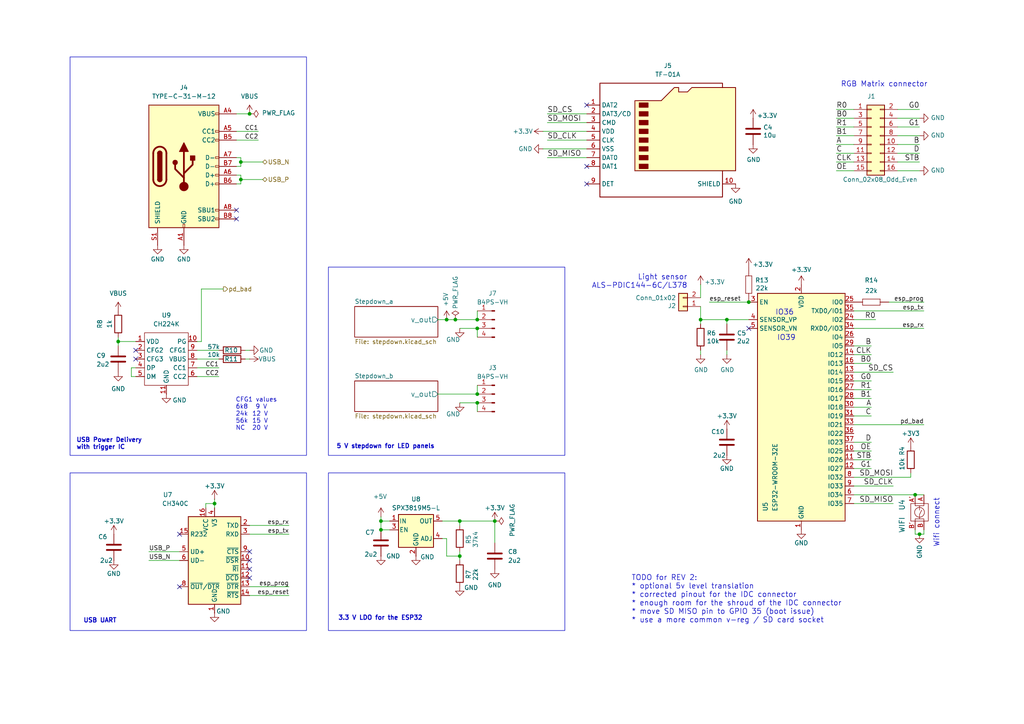
<source format=kicad_sch>
(kicad_sch (version 20231120) (generator "eeschema") (generator_version "8.0")
  (paper "A4")
  (title_block (title "ESP Pinball RGB Animation clock (espirgbani)") (date "2024-10-19") (rev "2"))
  (lib_symbols
    (symbol "Connector:Conn_01x04_Pin" (pin_names (offset 1.016) hide)
      (property "Reference" "J" (at 0 5.08 0))
      (property "Value" "Conn_01x04_Pin" (at 0 -7.62 0))
      (symbol "Conn_01x04_Pin_1_1"
        (polyline (pts (xy 1.27 -5.08) (xy 0.8636 -5.08)) (stroke (width 0.1524)))
        (polyline (pts (xy 1.27 -2.54) (xy 0.8636 -2.54)) (stroke (width 0.1524)))
        (polyline (pts (xy 1.27 0) (xy 0.8636 0)) (stroke (width 0.1524)))
        (polyline (pts (xy 1.27 2.54) (xy 0.8636 2.54)) (stroke (width 0.1524)))
        (rectangle (start 0.8636 -4.953) (end 0 -5.207) (stroke (width 0.1524)) (fill (type outline)))
        (rectangle (start 0.8636 -2.413) (end 0 -2.667) (stroke (width 0.1524)) (fill (type outline)))
        (rectangle (start 0.8636 0.127) (end 0 -0.127) (stroke (width 0.1524)) (fill (type outline)))
        (rectangle (start 0.8636 2.667) (end 0 2.413) (stroke (width 0.1524)) (fill (type outline)))
        (pin passive line (at 5.08 2.54 180) (length 3.81) (name "Pin_1") (number "1"))
        (pin passive line (at 5.08 0 180) (length 3.81) (name "Pin_2") (number "2"))
        (pin passive line (at 5.08 -2.54 180) (length 3.81) (name "Pin_3") (number "3"))
        (pin passive line (at 5.08 -5.08 180) (length 3.81) (name "Pin_4") (number "4"))
      )
    )
    (symbol "Connector:Micro_SD_Card_Det1"
      (property "Reference" "J" (at -16.51 17.78 0))
      (property "Value" "Micro_SD_Card_Det1" (at 16.51 17.78 0))
      (symbol "Micro_SD_Card_Det1_0_1"
        (rectangle (start -7.62 -6.985) (end -5.08 -8.255) (stroke (width 0.254)) (fill (type outline)))
        (rectangle (start -7.62 -4.445) (end -5.08 -5.715) (stroke (width 0.254)) (fill (type outline)))
        (rectangle (start -7.62 -1.905) (end -5.08 -3.175) (stroke (width 0.254)) (fill (type outline)))
        (rectangle (start -7.62 0.635) (end -5.08 -0.635) (stroke (width 0.254)) (fill (type outline)))
        (rectangle (start -7.62 3.175) (end -5.08 1.905) (stroke (width 0.254)) (fill (type outline)))
        (rectangle (start -7.62 5.715) (end -5.08 4.445) (stroke (width 0.254)) (fill (type outline)))
        (rectangle (start -7.62 8.255) (end -5.08 6.985) (stroke (width 0.254)) (fill (type outline)))
        (rectangle (start -7.62 10.795) (end -5.08 9.525) (stroke (width 0.254)) (fill (type outline)))
        (polyline (pts (xy 16.51 15.24) (xy 16.51 16.51) (xy -19.05 16.51) (xy -19.05 -16.51) (xy 16.51 -16.51) (xy 16.51 -8.89)) (stroke (width 0.254)))
        (polyline (pts (xy -8.89 -8.89) (xy -8.89 11.43) (xy -1.27 11.43) (xy 2.54 15.24) (xy 3.81 15.24) (xy 3.81 13.97) (xy 6.35 13.97) (xy 7.62 15.24) (xy 20.32 15.24) (xy 20.32 -8.89) (xy -8.89 -8.89)) (stroke (width 0.254)) (fill (type background)))
      )
      (symbol "Micro_SD_Card_Det1_1_1"
        (pin bidirectional line (at -22.86 10.16 0) (length 3.81) (name "DAT2") (number "1"))
        (pin passive line (at 20.32 -12.7 180) (length 3.81) (name "SHIELD") (number "10"))
        (pin bidirectional line (at -22.86 7.62 0) (length 3.81) (name "DAT3/CD") (number "2"))
        (pin input line (at -22.86 5.08 0) (length 3.81) (name "CMD") (number "3"))
        (pin power_in line (at -22.86 2.54 0) (length 3.81) (name "VDD") (number "4"))
        (pin input line (at -22.86 0 0) (length 3.81) (name "CLK") (number "5"))
        (pin power_in line (at -22.86 -2.54 0) (length 3.81) (name "VSS") (number "6"))
        (pin bidirectional line (at -22.86 -5.08 0) (length 3.81) (name "DAT0") (number "7"))
        (pin bidirectional line (at -22.86 -7.62 0) (length 3.81) (name "DAT1") (number "8"))
        (pin passive line (at -22.86 -12.7 0) (length 3.81) (name "DET") (number "9"))
      )
    )
    (symbol "Connector:USB_C_Receptacle_USB2.0_16P" (pin_names (offset 1.016))
      (property "Reference" "J" (at 0 22.225 0))
      (property "Value" "USB_C_Receptacle_USB2.0_16P" (at 0 19.685 0))
      (symbol "USB_C_Receptacle_USB2.0_16P_0_0"
        (rectangle (start -0.254 -17.78) (end 0.254 -16.764))
        (rectangle (start 10.16 -14.986) (end 9.144 -15.494))
        (rectangle (start 10.16 -12.446) (end 9.144 -12.954))
        (rectangle (start 10.16 -4.826) (end 9.144 -5.334))
        (rectangle (start 10.16 -2.286) (end 9.144 -2.794))
        (rectangle (start 10.16 0.254) (end 9.144 -0.254))
        (rectangle (start 10.16 2.794) (end 9.144 2.286))
        (rectangle (start 10.16 7.874) (end 9.144 7.366))
        (rectangle (start 10.16 10.414) (end 9.144 9.906))
        (rectangle (start 10.16 15.494) (end 9.144 14.986))
      )
      (symbol "USB_C_Receptacle_USB2.0_16P_0_1"
        (rectangle (start -10.16 17.78) (end 10.16 -17.78) (stroke (width 0.254)) (fill (type background)))
        (arc (start -8.89 -3.81) (mid -6.985 -5.7067) (end -5.08 -3.81) (stroke (width 0.508)))
        (arc (start -7.62 -3.81) (mid -6.985 -4.4423) (end -6.35 -3.81) (stroke (width 0.254)))
        (arc (start -7.62 -3.81) (mid -6.985 -4.4423) (end -6.35 -3.81) (stroke (width 0.254)) (fill (type outline)))
        (rectangle (start -7.62 -3.81) (end -6.35 3.81) (stroke (width 0.254)) (fill (type outline)))
        (arc (start -6.35 3.81) (mid -6.985 4.4423) (end -7.62 3.81) (stroke (width 0.254)))
        (arc (start -6.35 3.81) (mid -6.985 4.4423) (end -7.62 3.81) (stroke (width 0.254)) (fill (type outline)))
        (arc (start -5.08 3.81) (mid -6.985 5.7067) (end -8.89 3.81) (stroke (width 0.508)))
        (circle (center -2.54 1.143) (radius 0.635) (stroke (width 0.254)) (fill (type outline)))
        (circle (center 0 -5.842) (radius 1.27) (fill (type outline)))
        (polyline (pts (xy -8.89 -3.81) (xy -8.89 3.81)) (stroke (width 0.508)))
        (polyline (pts (xy -5.08 3.81) (xy -5.08 -3.81)) (stroke (width 0.508)))
        (polyline (pts (xy 0 -5.842) (xy 0 4.318)) (stroke (width 0.508)))
        (polyline (pts (xy 0 -3.302) (xy -2.54 -0.762) (xy -2.54 0.508)) (stroke (width 0.508)))
        (polyline (pts (xy 0 -2.032) (xy 2.54 0.508) (xy 2.54 1.778)) (stroke (width 0.508)))
        (polyline (pts (xy -1.27 4.318) (xy 0 6.858) (xy 1.27 4.318) (xy -1.27 4.318)) (stroke (width 0.254)) (fill (type outline)))
        (rectangle (start 1.905 1.778) (end 3.175 3.048) (stroke (width 0.254)) (fill (type outline)))
      )
      (symbol "USB_C_Receptacle_USB2.0_16P_1_1"
        (pin passive line (at 0 -22.86 90) (length 5.08) (name "GND") (number "A1"))
        (pin passive line (at 0 -22.86 90) (length 5.08) hide (name "GND") (number "A12"))
        (pin passive line (at 15.24 15.24 180) (length 5.08) (name "VBUS") (number "A4"))
        (pin bidirectional line (at 15.24 10.16 180) (length 5.08) (name "CC1") (number "A5"))
        (pin bidirectional line (at 15.24 -2.54 180) (length 5.08) (name "D+") (number "A6"))
        (pin bidirectional line (at 15.24 2.54 180) (length 5.08) (name "D-") (number "A7"))
        (pin bidirectional line (at 15.24 -12.7 180) (length 5.08) (name "SBU1") (number "A8"))
        (pin passive line (at 15.24 15.24 180) (length 5.08) hide (name "VBUS") (number "A9"))
        (pin passive line (at 0 -22.86 90) (length 5.08) hide (name "GND") (number "B1"))
        (pin passive line (at 0 -22.86 90) (length 5.08) hide (name "GND") (number "B12"))
        (pin passive line (at 15.24 15.24 180) (length 5.08) hide (name "VBUS") (number "B4"))
        (pin bidirectional line (at 15.24 7.62 180) (length 5.08) (name "CC2") (number "B5"))
        (pin bidirectional line (at 15.24 -5.08 180) (length 5.08) (name "D+") (number "B6"))
        (pin bidirectional line (at 15.24 0 180) (length 5.08) (name "D-") (number "B7"))
        (pin bidirectional line (at 15.24 -15.24 180) (length 5.08) (name "SBU2") (number "B8"))
        (pin passive line (at 15.24 15.24 180) (length 5.08) hide (name "VBUS") (number "B9"))
        (pin passive line (at -7.62 -22.86 90) (length 5.08) (name "SHIELD") (number "S1"))
      )
    )
    (symbol "Connector_Generic:Conn_01x02" (pin_names (offset 1.016) hide)
      (property "Reference" "J" (at 0 2.54 0))
      (property "Value" "Conn_01x02" (at 0 -5.08 0))
      (symbol "Conn_01x02_1_1"
        (rectangle (start -1.27 -2.413) (end 0 -2.667) (stroke (width 0.1524)))
        (rectangle (start -1.27 0.127) (end 0 -0.127) (stroke (width 0.1524)))
        (rectangle (start -1.27 1.27) (end 1.27 -3.81) (stroke (width 0.254)) (fill (type background)))
        (pin passive line (at -5.08 0 0) (length 3.81) (name "Pin_1") (number "1"))
        (pin passive line (at -5.08 -2.54 0) (length 3.81) (name "Pin_2") (number "2"))
      )
    )
    (symbol "Connector_Generic:Conn_02x08_Odd_Even" (pin_names (offset 1.016) hide)
      (property "Reference" "J" (at 1.27 10.16 0))
      (property "Value" "Conn_02x08_Odd_Even" (at 1.27 -12.7 0))
      (symbol "Conn_02x08_Odd_Even_1_1"
        (rectangle (start -1.27 -10.033) (end 0 -10.287) (stroke (width 0.1524)))
        (rectangle (start -1.27 -7.493) (end 0 -7.747) (stroke (width 0.1524)))
        (rectangle (start -1.27 -4.953) (end 0 -5.207) (stroke (width 0.1524)))
        (rectangle (start -1.27 -2.413) (end 0 -2.667) (stroke (width 0.1524)))
        (rectangle (start -1.27 0.127) (end 0 -0.127) (stroke (width 0.1524)))
        (rectangle (start -1.27 2.667) (end 0 2.413) (stroke (width 0.1524)))
        (rectangle (start -1.27 5.207) (end 0 4.953) (stroke (width 0.1524)))
        (rectangle (start -1.27 7.747) (end 0 7.493) (stroke (width 0.1524)))
        (rectangle (start -1.27 8.89) (end 3.81 -11.43) (stroke (width 0.254)) (fill (type background)))
        (rectangle (start 3.81 -10.033) (end 2.54 -10.287) (stroke (width 0.1524)))
        (rectangle (start 3.81 -7.493) (end 2.54 -7.747) (stroke (width 0.1524)))
        (rectangle (start 3.81 -4.953) (end 2.54 -5.207) (stroke (width 0.1524)))
        (rectangle (start 3.81 -2.413) (end 2.54 -2.667) (stroke (width 0.1524)))
        (rectangle (start 3.81 0.127) (end 2.54 -0.127) (stroke (width 0.1524)))
        (rectangle (start 3.81 2.667) (end 2.54 2.413) (stroke (width 0.1524)))
        (rectangle (start 3.81 5.207) (end 2.54 4.953) (stroke (width 0.1524)))
        (rectangle (start 3.81 7.747) (end 2.54 7.493) (stroke (width 0.1524)))
        (pin passive line (at -5.08 7.62 0) (length 3.81) (name "Pin_1") (number "1"))
        (pin passive line (at 7.62 -2.54 180) (length 3.81) (name "Pin_10") (number "10"))
        (pin passive line (at -5.08 -5.08 0) (length 3.81) (name "Pin_11") (number "11"))
        (pin passive line (at 7.62 -5.08 180) (length 3.81) (name "Pin_12") (number "12"))
        (pin passive line (at -5.08 -7.62 0) (length 3.81) (name "Pin_13") (number "13"))
        (pin passive line (at 7.62 -7.62 180) (length 3.81) (name "Pin_14") (number "14"))
        (pin passive line (at -5.08 -10.16 0) (length 3.81) (name "Pin_15") (number "15"))
        (pin passive line (at 7.62 -10.16 180) (length 3.81) (name "Pin_16") (number "16"))
        (pin passive line (at 7.62 7.62 180) (length 3.81) (name "Pin_2") (number "2"))
        (pin passive line (at -5.08 5.08 0) (length 3.81) (name "Pin_3") (number "3"))
        (pin passive line (at 7.62 5.08 180) (length 3.81) (name "Pin_4") (number "4"))
        (pin passive line (at -5.08 2.54 0) (length 3.81) (name "Pin_5") (number "5"))
        (pin passive line (at 7.62 2.54 180) (length 3.81) (name "Pin_6") (number "6"))
        (pin passive line (at -5.08 0 0) (length 3.81) (name "Pin_7") (number "7"))
        (pin passive line (at 7.62 0 180) (length 3.81) (name "Pin_8") (number "8"))
        (pin passive line (at -5.08 -2.54 0) (length 3.81) (name "Pin_9") (number "9"))
      )
    )
    (symbol "Device:C" (pin_numbers hide) (pin_names (offset 0.254))
      (property "Reference" "C" (at 0.635 2.54 0))
      (property "Value" "C" (at 0.635 -2.54 0))
      (symbol "C_0_1"
        (polyline (pts (xy -2.032 -0.762) (xy 2.032 -0.762)) (stroke (width 0.508)))
        (polyline (pts (xy -2.032 0.762) (xy 2.032 0.762)) (stroke (width 0.508)))
      )
      (symbol "C_1_1"
        (pin passive line (at 0 3.81 270) (length 2.794) (name "~") (number "1"))
        (pin passive line (at 0 -3.81 90) (length 2.794) (name "~") (number "2"))
      )
    )
    (symbol "Device:R" (pin_numbers hide) (pin_names (offset 0))
      (property "Reference" "R" (at 2.032 0 90))
      (property "Value" "R" (at 0 0 90))
      (symbol "R_0_1"
        (rectangle (start -1.016 -2.54) (end 1.016 2.54) (stroke (width 0.254)))
      )
      (symbol "R_1_1"
        (pin passive line (at 0 3.81 270) (length 1.27) (name "~") (number "1"))
        (pin passive line (at 0 -3.81 90) (length 1.27) (name "~") (number "2"))
      )
    )
    (symbol "Interface_USB:CH340C"
      (property "Reference" "U" (at -5.08 13.97 0))
      (property "Value" "CH340C" (at 1.27 13.97 0))
      (symbol "CH340C_0_1"
        (rectangle (start -7.62 12.7) (end 7.62 -12.7) (stroke (width 0.254)) (fill (type background)))
      )
      (symbol "CH340C_1_1"
        (pin power_in line (at 0 -15.24 90) (length 2.54) (name "GND") (number "1"))
        (pin input line (at 10.16 0 180) (length 2.54) (name "~{DSR}") (number "10"))
        (pin input line (at 10.16 -2.54 180) (length 2.54) (name "~{RI}") (number "11"))
        (pin input line (at 10.16 -5.08 180) (length 2.54) (name "~{DCD}") (number "12"))
        (pin output line (at 10.16 -7.62 180) (length 2.54) (name "~{DTR}") (number "13"))
        (pin output line (at 10.16 -10.16 180) (length 2.54) (name "~{RTS}") (number "14"))
        (pin input line (at -10.16 7.62 0) (length 2.54) (name "R232") (number "15"))
        (pin power_in line (at -2.54 15.24 270) (length 2.54) (name "VCC") (number "16"))
        (pin output line (at 10.16 10.16 180) (length 2.54) (name "TXD") (number "2"))
        (pin input line (at 10.16 7.62 180) (length 2.54) (name "RXD") (number "3"))
        (pin power_out line (at 0 15.24 270) (length 2.54) (name "V3") (number "4"))
        (pin bidirectional line (at -10.16 2.54 0) (length 2.54) (name "UD+") (number "5"))
        (pin bidirectional line (at -10.16 0 0) (length 2.54) (name "UD-") (number "6"))
        (pin no_connect line (at -7.62 -5.08 0) (length 2.54) hide (name "NC") (number "7"))
        (pin output line (at -10.16 -7.62 0) (length 2.54) (name "~{OUT}/~{DTR}") (number "8"))
        (pin input line (at 10.16 2.54 180) (length 2.54) (name "~{CTS}") (number "9"))
      )
    )
    (symbol "RF_Module:ESP32-WROOM-32E"
      (property "Reference" "U" (at -12.7 34.29 0))
      (property "Value" "ESP32-WROOM-32E" (at 1.27 34.29 0))
      (symbol "ESP32-WROOM-32E_0_1"
        (rectangle (start -12.7 33.02) (end 12.7 -33.02) (stroke (width 0.254)) (fill (type background)))
      )
      (symbol "ESP32-WROOM-32E_1_1"
        (pin power_in line (at 0 -35.56 90) (length 2.54) (name "GND") (number "1"))
        (pin bidirectional line (at 15.24 -12.7 180) (length 2.54) (name "IO25") (number "10"))
        (pin bidirectional line (at 15.24 -15.24 180) (length 2.54) (name "IO26") (number "11"))
        (pin bidirectional line (at 15.24 -17.78 180) (length 2.54) (name "IO27") (number "12"))
        (pin bidirectional line (at 15.24 10.16 180) (length 2.54) (name "IO14") (number "13"))
        (pin bidirectional line (at 15.24 15.24 180) (length 2.54) (name "IO12") (number "14"))
        (pin passive line (at 0 -35.56 90) (length 2.54) hide (name "GND") (number "15"))
        (pin bidirectional line (at 15.24 12.7 180) (length 2.54) (name "IO13") (number "16"))
        (pin no_connect line (at -12.7 -5.08 0) (length 2.54) hide (name "NC") (number "17"))
        (pin no_connect line (at -12.7 -7.62 0) (length 2.54) hide (name "NC") (number "18"))
        (pin no_connect line (at -12.7 -12.7 0) (length 2.54) hide (name "NC") (number "19"))
        (pin power_in line (at 0 35.56 270) (length 2.54) (name "VDD") (number "2"))
        (pin no_connect line (at -12.7 -10.16 0) (length 2.54) hide (name "NC") (number "20"))
        (pin no_connect line (at -12.7 0 0) (length 2.54) hide (name "NC") (number "21"))
        (pin no_connect line (at -12.7 -2.54 0) (length 2.54) hide (name "NC") (number "22"))
        (pin bidirectional line (at 15.24 7.62 180) (length 2.54) (name "IO15") (number "23"))
        (pin bidirectional line (at 15.24 25.4 180) (length 2.54) (name "IO2") (number "24"))
        (pin bidirectional line (at 15.24 30.48 180) (length 2.54) (name "IO0") (number "25"))
        (pin bidirectional line (at 15.24 20.32 180) (length 2.54) (name "IO4") (number "26"))
        (pin bidirectional line (at 15.24 5.08 180) (length 2.54) (name "IO16") (number "27"))
        (pin bidirectional line (at 15.24 2.54 180) (length 2.54) (name "IO17") (number "28"))
        (pin bidirectional line (at 15.24 17.78 180) (length 2.54) (name "IO5") (number "29"))
        (pin input line (at -15.24 30.48 0) (length 2.54) (name "EN") (number "3"))
        (pin bidirectional line (at 15.24 0 180) (length 2.54) (name "IO18") (number "30"))
        (pin bidirectional line (at 15.24 -2.54 180) (length 2.54) (name "IO19") (number "31"))
        (pin no_connect line (at -12.7 -27.94 0) (length 2.54) hide (name "NC") (number "32"))
        (pin bidirectional line (at 15.24 -5.08 180) (length 2.54) (name "IO21") (number "33"))
        (pin bidirectional line (at 15.24 22.86 180) (length 2.54) (name "RXD0/IO3") (number "34"))
        (pin bidirectional line (at 15.24 27.94 180) (length 2.54) (name "TXD0/IO1") (number "35"))
        (pin bidirectional line (at 15.24 -7.62 180) (length 2.54) (name "IO22") (number "36"))
        (pin bidirectional line (at 15.24 -10.16 180) (length 2.54) (name "IO23") (number "37"))
        (pin passive line (at 0 -35.56 90) (length 2.54) hide (name "GND") (number "38"))
        (pin passive line (at 0 -35.56 90) (length 2.54) hide (name "GND") (number "39"))
        (pin input line (at -15.24 25.4 0) (length 2.54) (name "SENSOR_VP") (number "4"))
        (pin input line (at -15.24 22.86 0) (length 2.54) (name "SENSOR_VN") (number "5"))
        (pin input line (at 15.24 -25.4 180) (length 2.54) (name "IO34") (number "6"))
        (pin input line (at 15.24 -27.94 180) (length 2.54) (name "IO35") (number "7"))
        (pin bidirectional line (at 15.24 -20.32 180) (length 2.54) (name "IO32") (number "8"))
        (pin bidirectional line (at 15.24 -22.86 180) (length 2.54) (name "IO33") (number "9"))
      )
    )
    (symbol "Regulator_Linear:SPX3819M5-L" (pin_names (offset 0.254))
      (property "Reference" "U" (at -3.81 5.715 0))
      (property "Value" "SPX3819M5-L" (at 0 5.715 0))
      (symbol "SPX3819M5-L_0_1"
        (rectangle (start -5.08 4.445) (end 5.08 -5.08) (stroke (width 0.254)) (fill (type background)))
      )
      (symbol "SPX3819M5-L_1_1"
        (pin power_in line (at -7.62 2.54 0) (length 2.54) (name "IN") (number "1"))
        (pin power_in line (at 0 -7.62 90) (length 2.54) (name "GND") (number "2"))
        (pin input line (at -7.62 0 0) (length 2.54) (name "EN") (number "3"))
        (pin input line (at 7.62 -2.54 180) (length 2.54) (name "ADJ") (number "4"))
        (pin power_out line (at 7.62 2.54 180) (length 2.54) (name "OUT") (number "5"))
      )
    )
    (symbol "crtdriver2:CH224K"
      (property "Reference" "U" (at 0 11.684 0))
      (property "Value" "CH224K" (at -0.254 9.906 0))
      (symbol "CH224K_0_1"
        (rectangle (start -6.35 7.62) (end 6.35 -7.62))
      )
      (symbol "CH224K_1_1"
        (pin power_in line (at -8.89 5.08 0) (length 2.54) (name "VDD") (number "1"))
        (pin output line (at 8.89 5.08 180) (length 2.54) (name "PG") (number "10"))
        (pin power_in line (at 0 -10.16 90) (length 2.54) (name "GND") (number "11"))
        (pin input line (at -8.89 2.54 0) (length 2.54) (name "CFG2") (number "2"))
        (pin input line (at -8.89 0 0) (length 2.54) (name "CFG3") (number "3"))
        (pin input line (at -8.89 -2.54 0) (length 2.54) (name "DP") (number "4"))
        (pin input line (at -8.89 -5.08 0) (length 2.54) (name "DM") (number "5"))
        (pin output line (at 8.89 -5.08 180) (length 2.54) (name "CC2") (number "6"))
        (pin output line (at 8.89 -2.54 180) (length 2.54) (name "CC1") (number "7"))
        (pin power_in line (at 8.89 0 180) (length 2.54) (name "VBUS") (number "8"))
        (pin input line (at 8.89 2.54 180) (length 2.54) (name "CFG1") (number "9"))
      )
    )
    (symbol "passive_resistors:R_0603_1%" (pin_numbers hide) (pin_names (offset 1.016) hide)
      (property "Reference" "R" (at -3.81 1.4986 0))
      (property "Value" "R_0603_1%" (at -3.81 -3.302 0))
      (property "Tolerance" "1%" (at 3.81 1.27 0))
      (symbol "R_0603_1%_1_0"
        (polyline (pts (xy -2.54 -0.889) (xy -2.54 0.889)))
        (polyline (pts (xy -2.54 -0.889) (xy 2.54 -0.889)))
        (polyline (pts (xy 2.54 -0.889) (xy 2.54 0.889)))
        (polyline (pts (xy 2.54 0.889) (xy -2.54 0.889)))
      )
      (symbol "R_0603_1%_1_1"
        (pin passive line (at -5.08 0 0) (length 2.54) (name "1") (number "1"))
        (pin passive line (at 5.08 0 180) (length 2.54) (name "2") (number "2"))
      )
    )
    (symbol "power:+3.3V" (power) (pin_numbers hide) (pin_names (offset 0) hide)
      (property "Value" "+3.3V" (at 0 3.556 0))
      (symbol "+3.3V_0_1"
        (polyline (pts (xy -0.762 1.27) (xy 0 2.54)))
        (polyline (pts (xy 0 0) (xy 0 2.54)))
        (polyline (pts (xy 0 2.54) (xy 0.762 1.27)))
      )
      (symbol "+3.3V_1_1"
        (pin power_in line (at 0 0 90) (length 0) (name "~") (number "1"))
      )
    )
    (symbol "power:+5V" (power) (pin_numbers hide) (pin_names (offset 0) hide)
      (property "Value" "+5V" (at 0 3.556 0))
      (symbol "+5V_0_1"
        (polyline (pts (xy -0.762 1.27) (xy 0 2.54)))
        (polyline (pts (xy 0 0) (xy 0 2.54)))
        (polyline (pts (xy 0 2.54) (xy 0.762 1.27)))
      )
      (symbol "+5V_1_1"
        (pin power_in line (at 0 0 90) (length 0) (name "~") (number "1"))
      )
    )
    (symbol "power:GND" (power) (pin_numbers hide) (pin_names (offset 0) hide)
      (property "Value" "GND" (at 0 -3.81 0))
      (symbol "GND_0_1"
        (polyline (pts (xy 0 0) (xy 0 -1.27) (xy 1.27 -1.27) (xy 0 -2.54) (xy -1.27 -1.27) (xy 0 -1.27)))
      )
      (symbol "GND_1_1"
        (pin power_in line (at 0 0 270) (length 0) (name "~") (number "1"))
      )
    )
    (symbol "power:PWR_FLAG" (power) (pin_numbers hide) (pin_names (offset 0) hide)
      (property "Value" "PWR_FLAG" (at 0 3.81 0))
      (symbol "PWR_FLAG_0_0"
        (pin power_out line (at 0 0 90) (length 0) (name "~") (number "1"))
      )
      (symbol "PWR_FLAG_0_1"
        (polyline (pts (xy 0 0) (xy 0 1.27) (xy -1.016 1.905) (xy 0 2.54) (xy 1.016 1.905) (xy 0 1.27)))
      )
    )
    (symbol "power:VBUS" (power) (pin_numbers hide) (pin_names (offset 0) hide)
      (property "Value" "VBUS" (at 0 3.556 0))
      (symbol "VBUS_0_1"
        (polyline (pts (xy -0.762 1.27) (xy 0 2.54)))
        (polyline (pts (xy 0 0) (xy 0 2.54)))
        (polyline (pts (xy 0 2.54) (xy 0.762 1.27)))
      )
      (symbol "VBUS_1_1"
        (pin power_in line (at 0 0 90) (length 0) (name "~") (number "1"))
      )
    )
    (symbol "rgb-rescue:TACTILE-myStuff" (pin_names (offset 1.016))
      (property "Reference" "U" (at -1.27 3.81 0))
      (property "Value" "TACTILE-myStuff" (at 0 -3.81 0))
      (symbol "TACTILE-myStuff_0_1"
        (rectangle (start -2.54 2.54) (end 2.54 -2.54))
        (polyline (pts (xy -1.905 0) (xy -0.635 0)))
        (polyline (pts (xy -0.635 0.635) (xy 0.635 0) (xy 1.905 0)))
        (polyline (pts (xy -2.54 1.27) (xy -1.905 1.27) (xy -1.905 -1.27) (xy -2.54 -1.27)))
        (polyline (pts (xy 2.54 1.27) (xy 1.905 1.27) (xy 1.905 -1.27) (xy 2.54 -1.27)))
        (circle (center 0 0) (radius 1.4224))
      )
      (symbol "TACTILE-myStuff_1_1"
        (pin passive line (at -5.08 1.27 0) (length 2.54) (name "~") (number "A"))
        (pin passive line (at -5.08 -1.27 0) (length 2.54) (name "~") (number "A'"))
        (pin passive line (at 5.08 1.27 180) (length 2.54) (name "~") (number "B"))
        (pin passive line (at 5.08 -1.27 180) (length 2.54) (name "~") (number "B'"))
      )
    )
  )
  (junction (at 217.17 87.63))
  (junction (at 62.23 146.05))
  (junction (at 69.85 52.07))
  (junction (at 132.08 92.71))
  (junction (at 138.43 116.84))
  (junction (at 133.35 151.13))
  (junction (at 143.51 151.13))
  (junction (at 110.49 151.13))
  (junction (at 265.43 143.51))
  (junction (at 69.85 46.99))
  (junction (at 138.43 114.3))
  (junction (at 34.29 99.06))
  (junction (at 266.7 154.94))
  (junction (at 72.39 33.02))
  (junction (at 138.43 92.71))
  (junction (at 110.49 153.67))
  (junction (at 133.35 161.29))
  (junction (at 129.54 92.71))
  (junction (at 138.43 95.25))
  (junction (at 203.2 92.71))
  (junction (at 210.82 92.71))
  (no_connect (at 72.39 165.1))
  (no_connect (at 170.18 48.26))
  (no_connect (at 72.39 162.56))
  (no_connect (at 72.39 160.02))
  (no_connect (at 217.17 95.25))
  (no_connect (at 68.58 63.5))
  (no_connect (at 39.37 104.14))
  (no_connect (at 68.58 60.96))
  (no_connect (at 170.18 30.48))
  (no_connect (at 39.37 101.6))
  (no_connect (at 52.07 154.94))
  (no_connect (at 170.18 53.34))
  (no_connect (at 52.07 170.18))
  (no_connect (at 72.39 167.64))
  (wire (pts (xy 69.85 46.99) (xy 76.2 46.99)))
  (wire (pts (xy 247.65 105.41) (xy 252.73 105.41)))
  (wire (pts (xy 158.75 40.64) (xy 170.18 40.64)))
  (wire (pts (xy 158.75 35.56) (xy 170.18 35.56)))
  (wire (pts (xy 38.1 106.68) (xy 38.1 109.22)))
  (wire (pts (xy 247.65 49.53) (xy 242.57 49.53)))
  (wire (pts (xy 57.15 101.6) (xy 63.5 101.6)))
  (wire (pts (xy 59.69 146.05) (xy 62.23 146.05)))
  (wire (pts (xy 52.07 162.56) (xy 43.18 162.56)))
  (wire (pts (xy 133.35 160.02) (xy 133.35 161.29)))
  (wire (pts (xy 247.65 31.75) (xy 242.57 31.75)))
  (wire (pts (xy 265.43 143.51) (xy 267.97 143.51)))
  (wire (pts (xy 266.7 36.83) (xy 260.35 36.83)))
  (wire (pts (xy 57.15 109.22) (xy 63.5 109.22)))
  (wire (pts (xy 68.58 38.1) (xy 74.93 38.1)))
  (wire (pts (xy 69.85 46.99) (xy 69.85 45.72)))
  (wire (pts (xy 71.12 101.6) (xy 72.39 101.6)))
  (wire (pts (xy 247.65 110.49) (xy 252.73 110.49)))
  (wire (pts (xy 247.65 118.11) (xy 252.73 118.11)))
  (wire (pts (xy 247.65 123.19) (xy 267.97 123.19)))
  (wire (pts (xy 69.85 52.07) (xy 69.85 50.8)))
  (wire (pts (xy 247.65 46.99) (xy 242.57 46.99)))
  (wire (pts (xy 69.85 48.26) (xy 69.85 46.99)))
  (wire (pts (xy 264.16 137.16) (xy 264.16 138.43)))
  (wire (pts (xy 110.49 151.13) (xy 113.03 151.13)))
  (wire (pts (xy 158.75 33.02) (xy 170.18 33.02)))
  (wire (pts (xy 267.97 154.94) (xy 266.7 154.94)))
  (wire (pts (xy 39.37 106.68) (xy 38.1 106.68)))
  (wire (pts (xy 127 114.3) (xy 138.43 114.3)))
  (wire (pts (xy 127 92.71) (xy 129.54 92.71)))
  (wire (pts (xy 138.43 116.84) (xy 138.43 119.38)))
  (wire (pts (xy 34.29 99.06) (xy 39.37 99.06)))
  (wire (pts (xy 252.73 135.89) (xy 247.65 135.89)))
  (wire (pts (xy 266.7 41.91) (xy 260.35 41.91)))
  (wire (pts (xy 129.54 161.29) (xy 133.35 161.29)))
  (wire (pts (xy 210.82 102.87) (xy 210.82 101.6)))
  (wire (pts (xy 62.23 147.32) (xy 62.23 146.05)))
  (wire (pts (xy 247.65 113.03) (xy 252.73 113.03)))
  (wire (pts (xy 57.15 104.14) (xy 63.5 104.14)))
  (wire (pts (xy 68.58 50.8) (xy 69.85 50.8)))
  (wire (pts (xy 72.39 104.14) (xy 71.12 104.14)))
  (wire (pts (xy 247.65 120.65) (xy 252.73 120.65)))
  (wire (pts (xy 205.74 87.63) (xy 217.17 87.63)))
  (wire (pts (xy 69.85 53.34) (xy 69.85 52.07)))
  (wire (pts (xy 38.1 109.22) (xy 39.37 109.22)))
  (wire (pts (xy 247.65 95.25) (xy 267.97 95.25)))
  (wire (pts (xy 247.65 34.29) (xy 242.57 34.29)))
  (wire (pts (xy 247.65 36.83) (xy 242.57 36.83)))
  (wire (pts (xy 133.35 116.84) (xy 138.43 116.84)))
  (wire (pts (xy 129.54 92.71) (xy 132.08 92.71)))
  (wire (pts (xy 133.35 151.13) (xy 143.51 151.13)))
  (wire (pts (xy 247.65 115.57) (xy 252.73 115.57)))
  (wire (pts (xy 203.2 102.87) (xy 203.2 101.6)))
  (wire (pts (xy 247.65 128.27) (xy 252.73 128.27)))
  (wire (pts (xy 247.65 39.37) (xy 242.57 39.37)))
  (wire (pts (xy 68.58 53.34) (xy 69.85 53.34)))
  (wire (pts (xy 210.82 93.98) (xy 210.82 92.71)))
  (wire (pts (xy 252.73 130.81) (xy 247.65 130.81)))
  (wire (pts (xy 128.27 156.21) (xy 129.54 156.21)))
  (wire (pts (xy 72.39 152.4) (xy 83.82 152.4)))
  (wire (pts (xy 68.58 33.02) (xy 72.39 33.02)))
  (wire (pts (xy 58.42 83.82) (xy 64.77 83.82)))
  (wire (pts (xy 247.65 143.51) (xy 265.43 143.51)))
  (wire (pts (xy 210.82 92.71) (xy 217.17 92.71)))
  (wire (pts (xy 57.15 106.68) (xy 63.5 106.68)))
  (wire (pts (xy 128.27 151.13) (xy 133.35 151.13)))
  (wire (pts (xy 247.65 100.33) (xy 252.73 100.33)))
  (wire (pts (xy 69.85 52.07) (xy 76.2 52.07)))
  (wire (pts (xy 133.35 95.25) (xy 138.43 95.25)))
  (wire (pts (xy 247.65 140.97) (xy 259.08 140.97)))
  (wire (pts (xy 266.7 44.45) (xy 260.35 44.45)))
  (wire (pts (xy 62.23 146.05) (xy 62.23 144.78)))
  (wire (pts (xy 157.48 43.18) (xy 170.18 43.18)))
  (wire (pts (xy 247.65 138.43) (xy 264.16 138.43)))
  (wire (pts (xy 203.2 92.71) (xy 210.82 92.71)))
  (wire (pts (xy 34.29 100.33) (xy 34.29 99.06)))
  (wire (pts (xy 266.7 34.29) (xy 260.35 34.29)))
  (wire (pts (xy 34.29 97.79) (xy 34.29 99.06)))
  (wire (pts (xy 203.2 82.55) (xy 203.2 86.36)))
  (wire (pts (xy 266.7 154.94) (xy 265.43 154.94)))
  (wire (pts (xy 110.49 153.67) (xy 113.03 153.67)))
  (wire (pts (xy 132.08 92.71) (xy 138.43 92.71)))
  (wire (pts (xy 68.58 48.26) (xy 69.85 48.26)))
  (wire (pts (xy 138.43 90.17) (xy 138.43 92.71)))
  (wire (pts (xy 247.65 107.95) (xy 259.08 107.95)))
  (wire (pts (xy 133.35 161.29) (xy 133.35 162.56)))
  (wire (pts (xy 266.7 31.75) (xy 260.35 31.75)))
  (wire (pts (xy 52.07 160.02) (xy 43.18 160.02)))
  (wire (pts (xy 266.7 49.53) (xy 260.35 49.53)))
  (wire (pts (xy 83.82 170.18) (xy 72.39 170.18)))
  (wire (pts (xy 260.35 46.99) (xy 266.7 46.99)))
  (wire (pts (xy 267.97 153.67) (xy 267.97 154.94)))
  (wire (pts (xy 252.73 133.35) (xy 247.65 133.35)))
  (wire (pts (xy 68.58 45.72) (xy 69.85 45.72)))
  (wire (pts (xy 138.43 111.76) (xy 138.43 114.3)))
  (wire (pts (xy 129.54 156.21) (xy 129.54 161.29)))
  (wire (pts (xy 133.35 151.13) (xy 133.35 152.4)))
  (wire (pts (xy 247.65 90.17) (xy 267.97 90.17)))
  (wire (pts (xy 265.43 154.94) (xy 265.43 153.67)))
  (wire (pts (xy 110.49 149.86) (xy 110.49 151.13)))
  (wire (pts (xy 59.69 147.32) (xy 59.69 146.05)))
  (wire (pts (xy 68.58 40.64) (xy 74.93 40.64)))
  (wire (pts (xy 247.65 92.71) (xy 254 92.71)))
  (wire (pts (xy 72.39 154.94) (xy 83.82 154.94)))
  (wire (pts (xy 247.65 44.45) (xy 242.57 44.45)))
  (wire (pts (xy 247.65 102.87) (xy 252.73 102.87)))
  (wire (pts (xy 266.7 39.37) (xy 260.35 39.37)))
  (wire (pts (xy 110.49 151.13) (xy 110.49 153.67)))
  (wire (pts (xy 157.48 38.1) (xy 170.18 38.1)))
  (wire (pts (xy 259.08 146.05) (xy 247.65 146.05)))
  (wire (pts (xy 138.43 95.25) (xy 138.43 97.79)))
  (wire (pts (xy 203.2 92.71) (xy 203.2 93.98)))
  (wire (pts (xy 143.51 151.13) (xy 143.51 157.48)))
  (wire (pts (xy 58.42 83.82) (xy 58.42 99.06)))
  (wire (pts (xy 257.81 87.63) (xy 267.97 87.63)))
  (wire (pts (xy 247.65 41.91) (xy 242.57 41.91)))
  (wire (pts (xy 203.2 88.9) (xy 203.2 92.71)))
  (wire (pts (xy 158.75 45.72) (xy 170.18 45.72)))
  (wire (pts (xy 83.82 172.72) (xy 72.39 172.72)))
  (wire (pts (xy 58.42 99.06) (xy 57.15 99.06)))
  (rectangle (start 95.25 137.16) (end 163.83 182.88))
  (rectangle (start 20.32 137.16) (end 88.9 182.88))
  (rectangle (start 20.32 16.51) (end 88.9 132.08))
  (rectangle (start 95.25 77.47) (end 163.83 132.08))
  (text "IO36" (at 227.584 90.678 0) (effects (font (size 1.524 1.524))))
  (text "TODO for REV 2:\n* optional 5v level translation\n* corrected pinout for the IDC connector\n* enough room for the shroud of the IDC connector\n* move SD MISO pin to GPIO 35 (boot issue)\n* use a more common v-reg / SD card socket" (at 183.134 180.848 0) (effects (font (size 1.524 1.524)) (justify left bottom)))
  (text "USB Power Delivery\nwith trigger IC" (at 22.098 128.778 0) (effects (font (size 1.27 1.27) (thickness 0.254) (bold yes)) (justify left)))
  (text "3.3 V LDO for the ESP32" (at 98.044 179.324 0) (effects (font (size 1.27 1.27) (thickness 0.254) (bold yes)) (justify left)))
  (text "CFG1 values\n6k8	 9 V\n24k	12 V\n56k	15 V\nNC	20 V" (at 68.326 120.142 0) (effects (font (size 1.27 1.27)) (justify left)))
  (text "IO39" (at 228.092 98.044 0) (effects (font (size 1.524 1.524))))
  (text "RGB Matrix connector" (at 243.84 25.4 0) (effects (font (size 1.524 1.524)) (justify left bottom)))
  (text "5 V stepdown for LED panels" (at 97.536 129.54 0) (effects (font (size 1.27 1.27) (thickness 0.254) (bold yes)) (justify left)))
  (text "Wifi connect" (at 272.542 151.638 90) (effects (font (size 1.524 1.524)) (justify bottom)))
  (text "USB UART" (at 24.13 180.086 0) (effects (font (size 1.27 1.27) (thickness 0.254) (bold yes)) (justify left)))
  (text "Light sensor\nALS-PDIC144-6C/L378" (at 199.39 83.82 0) (effects (font (size 1.524 1.524)) (justify right bottom)))
  (label "B" (at 266.7 41.91 180) (effects (font (size 1.524 1.524))))
  (label "STB" (at 252.73 133.35 180) (effects (font (size 1.524 1.524))))
  (label "G1" (at 266.7 36.83 180) (effects (font (size 1.524 1.524))))
  (label "B0" (at 252.73 105.41 180) (effects (font (size 1.524 1.524))))
  (label "SD_CS" (at 158.75 33.02 0) (effects (font (size 1.524 1.524))))
  (label "G1" (at 252.73 135.89 180) (effects (font (size 1.524 1.524))))
  (label "C" (at 242.57 44.45 0) (effects (font (size 1.524 1.524))))
  (label "CC2" (at 63.5 109.22 180))
  (label "SD_CLK" (at 158.75 40.64 0) (effects (font (size 1.524 1.524))))
  (label "SD_CLK" (at 259.08 140.97 180) (effects (font (size 1.524 1.524))))
  (label "USB_N" (at 43.18 162.56 0))
  (label "SD_MISO" (at 259.08 146.05 180) (effects (font (size 1.524 1.524))))
  (label "OE" (at 242.57 49.53 0) (effects (font (size 1.524 1.524))))
  (label "D" (at 266.7 44.45 180) (effects (font (size 1.524 1.524))))
  (label "SD_CS" (at 259.08 107.95 180) (effects (font (size 1.524 1.524))))
  (label "D" (at 252.73 128.27 180) (effects (font (size 1.524 1.524))))
  (label "SD_MOSI" (at 158.75 35.56 0) (effects (font (size 1.524 1.524))))
  (label "A" (at 242.57 41.91 0) (effects (font (size 1.524 1.524))))
  (label "C" (at 252.73 120.65 180) (effects (font (size 1.524 1.524))))
  (label "SD_MISO" (at 158.75 45.72 0) (effects (font (size 1.524 1.524))))
  (label "esp_tx" (at 83.82 154.94 180))
  (label "USB_P" (at 43.18 160.02 0))
  (label "B0" (at 242.57 34.29 0) (effects (font (size 1.524 1.524))))
  (label "esp_reset" (at 205.74 87.63 0))
  (label "CC1" (at 74.93 38.1 180))
  (label "CLK" (at 252.73 102.87 180) (effects (font (size 1.524 1.524))))
  (label "esp_rx" (at 83.82 152.4 180))
  (label "esp_tx" (at 267.97 90.17 180))
  (label "B" (at 252.73 100.33 180) (effects (font (size 1.524 1.524))))
  (label "CC2" (at 74.93 40.64 180))
  (label "R1" (at 252.73 113.03 180) (effects (font (size 1.524 1.524))))
  (label "CLK" (at 242.57 46.99 0) (effects (font (size 1.524 1.524))))
  (label "OE" (at 252.73 130.81 180) (effects (font (size 1.524 1.524))))
  (label "B1" (at 242.57 39.37 0) (effects (font (size 1.524 1.524))))
  (label "R1" (at 242.57 36.83 0) (effects (font (size 1.524 1.524))))
  (label "esp_prog" (at 267.97 87.63 180))
  (label "R0" (at 254 92.71 180) (effects (font (size 1.524 1.524))))
  (label "STB" (at 266.7 46.99 180) (effects (font (size 1.524 1.524))))
  (label "B1" (at 252.73 115.57 180) (effects (font (size 1.524 1.524))))
  (label "R0" (at 242.57 31.75 0) (effects (font (size 1.524 1.524))))
  (label "CC1" (at 63.5 106.68 180))
  (label "esp_rx" (at 267.97 95.25 180))
  (label "SD_MOSI" (at 259.08 138.43 180) (effects (font (size 1.524 1.524))))
  (label "esp_reset" (at 83.82 172.72 180))
  (label "G0" (at 266.7 31.75 180) (effects (font (size 1.524 1.524))))
  (label "pd_bad" (at 267.97 123.19 180))
  (label "esp_prog" (at 83.82 170.18 180))
  (label "A" (at 252.73 118.11 180) (effects (font (size 1.524 1.524))))
  (label "G0" (at 252.73 110.49 180) (effects (font (size 1.524 1.524))))
  (hierarchical_label "pd_bad" (shape output) (at 64.77 83.82 0))
  (hierarchical_label "USB_N" (shape bidirectional) (at 76.2 46.99 0))
  (hierarchical_label "USB_P" (shape bidirectional) (at 76.2 52.07 0))
  (symbol (lib_id "Connector_Generic:Conn_02x08_Odd_Even") (at 252.73 39.37 0) (unit 1)
    (property "Reference" "J1" (at 252.73 27.94 0))
    (property "Value" "Conn_02x08_Odd_Even" (at 255.27 52.07 0))
    (property "Footprint" "Connector_PinSocket_2.54mm:PinSocket_2x08_P2.54mm_Vertical" (effects (hide yes)))
  )
  (symbol (lib_id "power:GND") (at 266.7 34.29 90) (unit 1)
    (property "Reference" "#PWR015" (effects (hide yes)))
    (property "Value" "GND" (at 269.9512 34.163 90) (effects (justify right)))
  )
  (symbol (lib_id "power:GND") (at 266.7 39.37 90) (unit 1)
    (property "Reference" "#PWR016" (effects (hide yes)))
    (property "Value" "GND" (at 269.9512 39.243 90) (effects (justify right)))
  )
  (symbol (lib_id "power:GND") (at 266.7 49.53 90) (unit 1)
    (property "Reference" "#PWR017" (effects (hide yes)))
    (property "Value" "GND" (at 269.9512 49.403 90) (effects (justify right)))
  )
  (symbol (lib_id "power:GND") (at 218.44 41.91 0) (unit 1)
    (property "Reference" "#PWR013" (effects (hide yes)))
    (property "Value" "GND" (at 218.567 46.3042 0))
  )
  (symbol (lib_id "Device:C") (at 218.44 38.1 0) (unit 1)
    (property "Reference" "C4" (at 221.361 36.9316 0) (effects (justify left)))
    (property "Value" "10u" (at 221.361 39.243 0) (effects (justify left)))
    (property "Footprint" "Capacitor_SMD:C_1206_3216Metric" (effects (hide yes)))
    (property "JLCPN" "C13585" (effects (hide yes)))
  )
  (symbol (lib_id "Device:R") (at 264.16 133.35 180) (unit 1)
    (property "Reference" "R4" (at 261.62 130.81 90))
    (property "Value" "10k" (at 261.62 134.62 90))
    (property "Footprint" "Resistor_SMD:R_0603_1608Metric" (effects (hide yes)))
  )
  (symbol (lib_id "power:+3.3V") (at 264.16 129.54 0) (unit 1)
    (property "Reference" "#PWR019" (effects (hide yes)))
    (property "Value" "+3V3" (at 264.16 125.73 0))
  )
  (symbol (lib_id "rgb-rescue:TACTILE-myStuff") (at 266.7 148.59 270) (unit 1)
    (property "Reference" "U4" (at 261.62 144.78 0) (effects (font (size 1.524 1.524)) (justify left)))
    (property "Value" "WIFI" (at 261.62 149.86 0) (effects (font (size 1.524 1.524)) (justify left)))
    (property "Footprint" "espirgbani:EVQQ2" (effects (hide yes)))
    (property "Datasheet" "https://industrial.panasonic.com/cdbs/www-data/pdf/ATK0000/ATK0000CE28.pdf" (effects (hide yes)))
  )
  (symbol (lib_id "power:GND") (at 266.7 154.94 0) (unit 1)
    (property "Reference" "#PWR023" (effects (hide yes)))
    (property "Value" "GND" (at 266.7 160.02 90))
  )
  (symbol (lib_id "Device:R") (at 203.2 97.79 0) (unit 1)
    (property "Reference" "R6" (at 204.978 96.6216 0) (effects (justify left)))
    (property "Value" "10k" (at 204.978 98.933 0) (effects (justify left)))
    (property "Footprint" "Resistor_SMD:R_0603_1608Metric" (effects (hide yes)))
  )
  (symbol (lib_id "power:GND") (at 203.2 102.87 0) (unit 1)
    (property "Reference" "#PWR021" (effects (hide yes)))
    (property "Value" "GND" (at 203.327 107.2642 0))
  )
  (symbol (lib_id "Device:C") (at 210.82 97.79 0) (unit 1)
    (property "Reference" "C5" (at 213.741 96.6216 0) (effects (justify left)))
    (property "Value" "2u2" (at 213.741 98.933 0) (effects (justify left)))
    (property "Footprint" "Capacitor_SMD:C_0603_1608Metric" (effects (hide yes)))
  )
  (symbol (lib_id "power:GND") (at 210.82 102.87 0) (unit 1)
    (property "Reference" "#PWR022" (effects (hide yes)))
    (property "Value" "GND" (at 210.947 107.2642 0))
  )
  (symbol (lib_id "Connector_Generic:Conn_01x02") (at 198.12 88.9 180) (unit 1)
    (property "Reference" "J2" (at 196.088 88.6968 0) (effects (justify left)))
    (property "Value" "Conn_01x02" (at 196.088 86.3854 0) (effects (justify left)))
    (property "Footprint" "Connector_PinHeader_2.54mm:PinHeader_1x02_P2.54mm_Horizontal" (effects (hide yes)))
  )
  (symbol (lib_id "power:GND") (at 133.35 95.25 0) (unit 1)
    (property "Reference" "#PWR065" (effects (hide yes)))
    (property "Value" "GND" (at 133.477 98.5012 0) (effects (justify right)))
  )
  (symbol (lib_id "power:GND") (at 110.49 161.29 0) (mirror y) (unit 1)
    (property "Reference" "#PWR032" (effects (hide yes)))
    (property "Value" "GND" (at 114.046 161.29 0))
    (property "Description" "Power symbol creates a global label with name \"GND\" , ground" (effects (hide yes)))
  )
  (symbol (lib_id "power:GND") (at 213.36 53.34 0) (unit 1)
    (property "Reference" "#PWR03" (effects (hide yes)))
    (property "Value" "GND" (at 213.36 58.42 0))
  )
  (symbol (lib_id "power:GND") (at 232.41 153.67 0) (unit 1)
    (property "Reference" "#PWR049" (effects (hide yes)))
    (property "Value" "GND" (at 232.41 157.48 0))
    (property "Description" "Power symbol creates a global label with name \"GND\" , ground" (effects (hide yes)))
  )
  (symbol (lib_id "Device:R") (at 133.35 156.21 180) (unit 1)
    (property "Reference" "R5" (at 135.89 156.464 90))
    (property "Value" "37k4" (at 137.922 156.464 90))
    (property "Footprint" "Resistor_SMD:R_0603_1608Metric" (effects (hide yes)))
    (property "Description" "Resistor" (effects (hide yes)))
  )
  (symbol (lib_id "power:+5V") (at 110.49 149.86 0) (unit 1)
    (property "Reference" "#PWR031" (effects (hide yes)))
    (property "Value" "+5V" (at 110.236 144.018 0))
    (property "Description" "Power symbol creates a global label with name \"+5V\"" (effects (hide yes)))
  )
  (symbol (lib_id "Device:C") (at 210.82 128.27 0) (mirror x) (unit 1)
    (property "Reference" "C10" (at 206.248 125.222 0) (effects (justify left)))
    (property "Value" "2u2" (at 206.756 132.08 0) (effects (justify left)))
    (property "Footprint" "Capacitor_SMD:C_0603_1608Metric" (effects (hide yes)))
    (property "Description" "Unpolarized capacitor" (effects (hide yes)))
  )
  (symbol (lib_id "Device:R") (at 67.31 104.14 90) (unit 1)
    (property "Reference" "R11" (at 67.056 104.14 90))
    (property "Value" "10k" (at 61.976 102.87 90))
    (property "Footprint" "Resistor_SMD:R_0603_1608Metric" (effects (hide yes)))
    (property "Description" "Resistor" (effects (hide yes)))
  )
  (symbol (lib_id "power:+3.3V") (at 203.2 82.55 0) (unit 1)
    (property "Reference" "#PWR020" (effects (hide yes)))
    (property "Value" "+3.3V" (at 207.264 81.788 0))
    (property "Description" "Power symbol creates a global label with name \"+3.3V\"" (effects (hide yes)))
  )
  (symbol (lib_id "power:GND") (at 33.02 162.56 0) (mirror y) (unit 1)
    (property "Reference" "#PWR028" (effects (hide yes)))
    (property "Value" "GND" (at 33.02 166.37 0))
    (property "Description" "Power symbol creates a global label with name \"GND\" , ground" (effects (hide yes)))
  )
  (symbol (lib_id "passive_resistors:R_0603_1%") (at 252.73 87.63 180) (unit 1)
    (property "Reference" "R14" (at 252.73 81.28 0))
    (property "Value" "22k" (at 252.73 84.328 0))
    (property "Footprint" "Resistor_SMD:R_0603_1608Metric" (effects (hide yes)))
  )
  (symbol (lib_id "power:PWR_FLAG") (at 132.08 92.71 0) (unit 1)
    (property "Reference" "#FLG02" (effects (hide yes)))
    (property "Value" "PWR_FLAG" (at 132.08 84.836 90))
    (property "Description" "Special symbol for telling ERC where power comes from" (effects (hide yes)))
  )
  (symbol (lib_id "power:VBUS") (at 72.39 104.14 270) (unit 1)
    (property "Reference" "#PWR045" (effects (hide yes)))
    (property "Value" "VBUS" (at 74.93 104.14 90) (effects (justify left)))
    (property "Description" "Power symbol creates a global label with name \"VBUS\"" (effects (hide yes)))
  )
  (symbol (lib_id "Connector:Conn_01x04_Pin") (at 143.51 92.71 0) (mirror y) (unit 1)
    (property "Reference" "J7" (at 142.875 85.09 0))
    (property "Value" "B4PS-VH" (at 142.875 87.63 0))
    (property "Footprint" "Connector_PinSocket_2.54mm:PinSocket_1x04_P2.54mm_Vertical" (effects (hide yes)))
    (property "Description" "Generic connector, single row, 01x04, script generated" (effects (hide yes)))
    (property "JLCPN" "C157996" (effects (hide yes)))
  )
  (symbol (lib_id "power:+3.3V") (at 210.82 124.46 0) (unit 1)
    (property "Reference" "#PWR024" (effects (hide yes)))
    (property "Value" "+3.3V" (at 210.82 120.65 0))
    (property "Description" "Power symbol creates a global label with name \"+3.3V\"" (effects (hide yes)))
  )
  (symbol (lib_id "power:GND") (at 34.29 107.95 0) (unit 1)
    (property "Reference" "#PWR038" (effects (hide yes)))
    (property "Value" "GND" (at 34.29 112.776 0))
    (property "Description" "Power symbol creates a global label with name \"GND\" , ground" (effects (hide yes)))
  )
  (symbol (lib_id "Device:C") (at 110.49 157.48 0) (mirror x) (unit 1)
    (property "Reference" "C7" (at 105.918 154.432 0) (effects (justify left)))
    (property "Value" "2u2" (at 105.664 160.782 0) (effects (justify left)))
    (property "Footprint" "Capacitor_SMD:C_0603_1608Metric" (effects (hide yes)))
    (property "Description" "Unpolarized capacitor" (effects (hide yes)))
  )
  (symbol (lib_id "power:VBUS") (at 34.29 90.17 0) (unit 1)
    (property "Reference" "#PWR037" (effects (hide yes)))
    (property "Value" "VBUS" (at 34.29 85.09 0))
    (property "Description" "Power symbol creates a global label with name \"VBUS\"" (effects (hide yes)))
  )
  (symbol (lib_id "Device:C") (at 143.51 161.29 0) (unit 1)
    (property "Reference" "C8" (at 147.32 160.02 0) (effects (justify left)))
    (property "Value" "2u2" (at 147.32 162.56 0) (effects (justify left)))
    (property "Footprint" "Capacitor_SMD:C_0603_1608Metric" (effects (hide yes)))
    (property "Description" "Unpolarized capacitor" (effects (hide yes)))
  )
  (symbol (lib_id "Interface_USB:CH340C") (at 62.23 162.56 0) (unit 1)
    (property "Reference" "U7" (at 47.244 143.51 0) (effects (justify left)))
    (property "Value" "CH340C" (at 46.99 146.05 0) (effects (justify left)))
    (property "Footprint" "Package_SO:SOIC-16_3.9x9.9mm_P1.27mm" (effects (hide yes)))
    (property "Datasheet" "https://datasheet.lcsc.com/szlcsc/Jiangsu-Qin-Heng-CH340C_C84681.pdf" (effects (hide yes)))
    (property "Description" "USB serial converter, UART, SOIC-16" (effects (hide yes)))
  )
  (symbol (lib_id "Device:R") (at 133.35 166.37 180) (unit 1)
    (property "Reference" "R7" (at 135.89 166.624 90))
    (property "Value" "22k" (at 137.922 166.624 90))
    (property "Footprint" "Resistor_SMD:R_0603_1608Metric" (effects (hide yes)))
    (property "Description" "Resistor" (effects (hide yes)))
  )
  (symbol (lib_id "power:GND") (at 157.48 43.18 270) (unit 1)
    (property "Reference" "#PWR02" (effects (hide yes)))
    (property "Value" "GND" (at 152.4 43.18 90))
  )
  (symbol (lib_id "power:GND") (at 120.65 161.29 0) (unit 1)
    (property "Reference" "#PWR033" (effects (hide yes)))
    (property "Value" "GND" (at 123.952 161.544 0))
    (property "Description" "Power symbol creates a global label with name \"GND\" , ground" (effects (hide yes)))
  )
  (symbol (lib_id "power:GND") (at 45.72 71.12 0) (unit 1)
    (property "Reference" "#PWR039" (effects (hide yes)))
    (property "Value" "GND" (at 45.72 75.184 0))
    (property "Description" "Power symbol creates a global label with name \"GND\" , ground" (effects (hide yes)))
  )
  (symbol (lib_id "crtdriver2:CH224K") (at 48.26 104.14 0) (unit 1)
    (property "Reference" "U9" (at 48.26 91.44 0))
    (property "Value" "CH224K" (at 48.26 93.98 0))
    (property "Footprint" "espirgbani:SSOP-10-1EP_3.9x4.9mm_P1.00mm" (effects (hide yes)))
    (property "Datasheet" "https://www.wch-ic.com/downloads/file/302.html?time=2022-12-12%2022:41:42&code=FDTIabT5Homz4IkkJdm5H4FuCJCy6hlUhAO9rf9Q" (effects (hide yes)))
    (property "Description" "USB PD and Other Fast Charging Protocol Sink Controller CH224" (effects (hide yes)))
  )
  (symbol (lib_id "power:PWR_FLAG") (at 72.39 33.02 270) (unit 1)
    (property "Reference" "#FLG03" (effects (hide yes)))
    (property "Value" "PWR_FLAG" (at 75.946 32.766 90) (effects (justify left)))
    (property "Description" "Special symbol for telling ERC where power comes from" (effects (hide yes)))
  )
  (symbol (lib_id "power:GND") (at 62.23 177.8 0) (mirror y) (unit 1)
    (property "Reference" "#PWR030" (effects (hide yes)))
    (property "Value" "GND" (at 64.77 177.292 0))
    (property "Description" "Power symbol creates a global label with name \"GND\" , ground" (effects (hide yes)))
  )
  (symbol (lib_id "Connector:Conn_01x04_Pin") (at 143.51 114.3 0) (mirror y) (unit 1)
    (property "Reference" "J3" (at 142.875 106.68 0))
    (property "Value" "B4PS-VH" (at 142.875 109.22 0))
    (property "Footprint" "Connector_PinSocket_2.54mm:PinSocket_1x04_P2.54mm_Vertical" (effects (hide yes)))
    (property "Description" "Generic connector, single row, 01x04, script generated" (effects (hide yes)))
    (property "JLCPN" "C157996" (effects (hide yes)))
  )
  (symbol (lib_id "Device:C") (at 34.29 104.14 0) (unit 1)
    (property "Reference" "C9" (at 27.94 103.124 0) (effects (justify left)))
    (property "Value" "2u2" (at 27.94 105.664 0) (effects (justify left)))
    (property "Footprint" "Capacitor_SMD:C_0603_1608Metric" (effects (hide yes)))
    (property "Description" "Unpolarized capacitor" (effects (hide yes)))
  )
  (symbol (lib_id "power:PWR_FLAG") (at 143.51 151.13 270) (unit 1)
    (property "Reference" "#FLG01" (effects (hide yes)))
    (property "Value" "PWR_FLAG" (at 148.59 146.05 0) (effects (justify left)))
    (property "Description" "Special symbol for telling ERC where power comes from" (effects (hide yes)))
  )
  (symbol (lib_id "RF_Module:ESP32-WROOM-32E") (at 232.41 118.11 0) (unit 1)
    (property "Reference" "U5" (at 221.996 148.336 90) (effects (justify left)))
    (property "Value" "ESP32-WROOM-32E" (at 224.79 148.336 90) (effects (justify left)))
    (property "Footprint" "RF_Module:ESP32-WROOM-32D" (effects (hide yes)))
    (property "Datasheet" "https://www.espressif.com/sites/default/files/documentation/esp32-wroom-32e_esp32-wroom-32ue_datasheet_en.pdf" (effects (hide yes)))
    (property "Description" "RF Module, ESP32-D0WD-V3 SoC, without PSRAM, Wi-Fi 802.11b/g/n, Bluetooth, BLE, 32-bit, 2.7-3.6V, onboard antenna, SMD" (effects (hide yes)))
  )
  (symbol (lib_id "power:+3.3V") (at 143.51 151.13 0) (unit 1)
    (property "Reference" "#PWR035" (effects (hide yes)))
    (property "Value" "+3.3V" (at 143.51 147.32 0))
    (property "Description" "Power symbol creates a global label with name \"+3.3V\"" (effects (hide yes)))
  )
  (symbol (lib_id "power:+3.3V") (at 232.41 82.55 0) (unit 1)
    (property "Reference" "#PWR048" (effects (hide yes)))
    (property "Value" "+3.3V" (at 232.41 78.232 0))
    (property "Description" "Power symbol creates a global label with name \"+3.3V\"" (effects (hide yes)))
  )
  (symbol (lib_id "power:GND") (at 143.51 165.1 0) (unit 1)
    (property "Reference" "#PWR036" (effects (hide yes)))
    (property "Value" "GND" (at 143.51 169.672 0))
    (property "Description" "Power symbol creates a global label with name \"GND\" , ground" (effects (hide yes)))
  )
  (symbol (lib_id "power:GND") (at 133.35 116.84 0) (unit 1)
    (property "Reference" "#PWR066" (effects (hide yes)))
    (property "Value" "GND" (at 133.477 120.0912 0) (effects (justify right)))
  )
  (symbol (lib_id "power:GND") (at 48.26 114.3 0) (unit 1)
    (property "Reference" "#PWR040" (effects (hide yes)))
    (property "Value" "GND" (at 52.07 116.078 0))
    (property "Description" "Power symbol creates a global label with name \"GND\" , ground" (effects (hide yes)))
  )
  (symbol (lib_id "passive_resistors:R_0603_1%") (at 217.17 82.55 90) (unit 1)
    (property "Reference" "R13" (at 220.98 81.28 90))
    (property "Value" "22k" (at 220.98 83.566 90))
    (property "Footprint" "Resistor_SMD:R_0603_1608Metric" (effects (hide yes)))
  )
  (symbol (lib_id "power:+3.3V") (at 62.23 144.78 0) (unit 1)
    (property "Reference" "#PWR029" (effects (hide yes)))
    (property "Value" "+3.3V" (at 62.23 140.97 0))
    (property "Description" "Power symbol creates a global label with name \"+3.3V\"" (effects (hide yes)))
  )
  (symbol (lib_id "Connector:USB_C_Receptacle_USB2.0_16P") (at 53.34 48.26 0) (unit 1)
    (property "Reference" "J4" (at 53.34 25.4 0))
    (property "Value" "TYPE-C-31-M-12" (at 53.34 27.94 0))
    (property "Footprint" "Connector_USB:USB_C_Receptacle_GCT_USB4105-xx-A_16P_TopMnt_Horizontal" (effects (hide yes)))
    (property "Datasheet" "https://wmsc.lcsc.com/wmsc/upload/file/pdf/v2/lcsc/2205251630_Korean-Hroparts-Elec-TYPE-C-31-M-12_C165948.pdf" (effects (hide yes)))
    (property "Description" "USB 2.0-only 16P Type-C Receptacle connector" (effects (hide yes)))
  )
  (symbol (lib_id "Connector:Micro_SD_Card_Det1") (at 193.04 40.64 0) (unit 1)
    (property "Reference" "J5" (at 193.675 19.05 0))
    (property "Value" "TF-01A" (at 193.675 21.59 0))
    (property "Footprint" "espirgbani:TF-01A" (effects (hide yes)))
    (property "Datasheet" "https://www.lcsc.com/datasheet/lcsc_datasheet_1811082127_Korean-Hroparts-Elec-TF-01A_C91145.pdf" (effects (hide yes)))
    (property "Description" "Micro SD Card Socket with one card detection pin" (effects (hide yes)))
  )
  (symbol (lib_id "power:GND") (at 72.39 101.6 90) (unit 1)
    (property "Reference" "#PWR044" (effects (hide yes)))
    (property "Value" "GND" (at 77.216 101.6 90))
    (property "Description" "Power symbol creates a global label with name \"GND\" , ground" (effects (hide yes)))
  )
  (symbol (lib_id "Device:R") (at 34.29 93.98 180) (unit 1)
    (property "Reference" "R8" (at 28.956 93.98 90))
    (property "Value" "1k" (at 31.75 93.98 90))
    (property "Footprint" "Resistor_SMD:R_0603_1608Metric" (effects (hide yes)))
    (property "Description" "Resistor" (effects (hide yes)))
  )
  (symbol (lib_id "Regulator_Linear:SPX3819M5-L") (at 120.65 153.67 0) (unit 1)
    (property "Reference" "U8" (at 120.65 144.78 0))
    (property "Value" "SPX3819M5-L" (at 120.65 147.32 0))
    (property "Footprint" "Package_TO_SOT_SMD:SOT-23-5" (effects (hide yes)))
    (property "Datasheet" "https://www.exar.com/content/document.ashx?id=22106&languageid=1033&type=Datasheet&partnumber=SPX3819&filename=SPX3819.pdf&part=SPX3819" (effects (hide yes)))
    (property "Description" "500mA Low drop-out regulator, Adjustable, SOT-23-5" (effects (hide yes)))
  )
  (symbol (lib_id "power:+3.3V") (at 157.48 38.1 90) (unit 1)
    (property "Reference" "#PWR01" (effects (hide yes)))
    (property "Value" "+3.3V" (at 151.638 38.1 90))
    (property "Description" "Power symbol creates a global label with name \"+3.3V\"" (effects (hide yes)))
  )
  (symbol (lib_id "power:+3.3V") (at 217.17 77.47 0) (unit 1)
    (property "Reference" "#PWR047" (effects (hide yes)))
    (property "Value" "+3.3V" (at 221.234 76.708 0))
    (property "Description" "Power symbol creates a global label with name \"+3.3V\"" (effects (hide yes)))
  )
  (symbol (lib_id "Device:R") (at 67.31 101.6 90) (unit 1)
    (property "Reference" "R10" (at 67.056 101.6 90))
    (property "Value" "57k" (at 61.976 100.584 90))
    (property "Footprint" "Resistor_SMD:R_0603_1608Metric" (effects (hide yes)))
    (property "Description" "Resistor" (effects (hide yes)))
  )
  (symbol (lib_id "power:GND") (at 53.34 71.12 0) (unit 1)
    (property "Reference" "#PWR041" (effects (hide yes)))
    (property "Value" "GND" (at 53.34 75.184 0))
    (property "Description" "Power symbol creates a global label with name \"GND\" , ground" (effects (hide yes)))
  )
  (symbol (lib_id "Device:C") (at 33.02 158.75 0) (mirror x) (unit 1)
    (property "Reference" "C6" (at 28.448 155.702 0) (effects (justify left)))
    (property "Value" "2u2" (at 28.956 162.56 0) (effects (justify left)))
    (property "Footprint" "Capacitor_SMD:C_0603_1608Metric" (effects (hide yes)))
    (property "Description" "Unpolarized capacitor" (effects (hide yes)))
  )
  (symbol (lib_id "power:+3.3V") (at 218.44 34.29 0) (unit 1)
    (property "Reference" "#PWR012" (effects (hide yes)))
    (property "Value" "+3.3V" (at 222.504 33.528 0))
    (property "Description" "Power symbol creates a global label with name \"+3.3V\"" (effects (hide yes)))
  )
  (symbol (lib_id "power:+3.3V") (at 33.02 154.94 0) (unit 1)
    (property "Reference" "#PWR027" (effects (hide yes)))
    (property "Value" "+3.3V" (at 33.02 151.13 0))
    (property "Description" "Power symbol creates a global label with name \"+3.3V\"" (effects (hide yes)))
  )
  (symbol (lib_id "power:GND") (at 210.82 132.08 0) (mirror y) (unit 1)
    (property "Reference" "#PWR046" (effects (hide yes)))
    (property "Value" "GND" (at 210.82 135.89 0))
    (property "Description" "Power symbol creates a global label with name \"GND\" , ground" (effects (hide yes)))
  )
  (symbol (lib_id "power:GND") (at 133.35 170.18 0) (unit 1)
    (property "Reference" "#PWR034" (effects (hide yes)))
    (property "Value" "GND" (at 136.652 170.434 0))
    (property "Description" "Power symbol creates a global label with name \"GND\" , ground" (effects (hide yes)))
  )
  (symbol (lib_id "power:+5V") (at 129.54 92.71 0) (unit 1)
    (property "Reference" "#PWR067" (effects (hide yes)))
    (property "Value" "+5V" (at 129.286 86.868 90))
    (property "Description" "Power symbol creates a global label with name \"+5V\"" (effects (hide yes)))
  )
  (symbol (lib_id "power:VBUS") (at 72.39 33.02 0) (unit 1)
    (property "Reference" "#PWR042" (effects (hide yes)))
    (property "Value" "VBUS" (at 72.39 27.94 0))
    (property "Description" "Power symbol creates a global label with name \"VBUS\"" (effects (hide yes)))
  )
  (sheet (at 102.87 110.49) (size 24.13 8.89) (stroke (width 0.1524))
    (property "Sheetname" "Stepdown_b" (at 102.87 109.7784 0) (effects (justify left bottom)))
    (property "Sheetfile" "stepdown.kicad_sch" (at 102.87 119.9646 0) (effects (justify left top)))
    (pin "v_out" output (at 127 114.3 0) (effects (font (size 1.524 1.524))))
  )
  (sheet (at 102.87 88.9) (size 24.13 8.89) (stroke (width 0.1524))
    (property "Sheetname" "Stepdown_a" (at 102.87 88.1884 0) (effects (justify left bottom)))
    (property "Sheetfile" "stepdown.kicad_sch" (at 102.87 98.3746 0) (effects (justify left top)))
    (pin "v_out" output (at 127 92.71 0) (effects (font (size 1.524 1.524))))
  )
)
</source>
